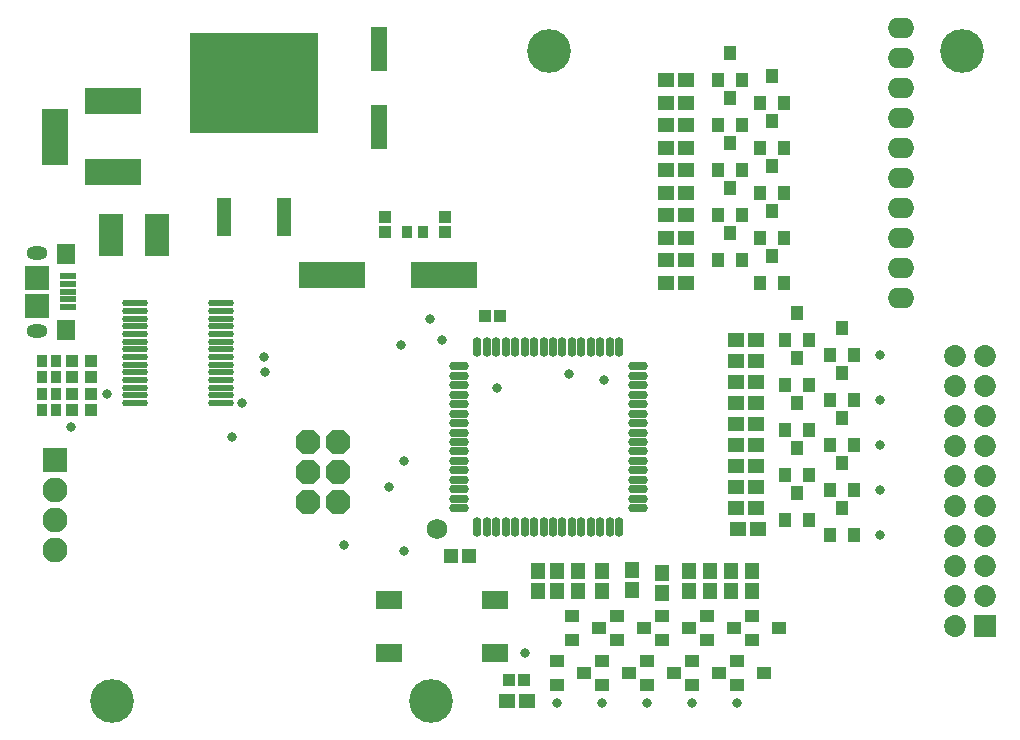
<source format=gts>
G04 Layer_Color=20142*
%FSLAX24Y24*%
%MOIN*%
G70*
G01*
G75*
%ADD59R,0.0830X0.1420*%
%ADD60R,0.0828X0.0828*%
%ADD61R,0.0631X0.0710*%
%ADD62R,0.0571X0.0197*%
%ADD63R,0.0493X0.0474*%
%ADD64R,0.0356X0.0415*%
%ADD65R,0.0520X0.0480*%
%ADD66R,0.0415X0.0434*%
%ADD67R,0.0434X0.0415*%
%ADD68R,0.0395X0.0395*%
%ADD69R,0.0552X0.1458*%
%ADD70R,0.4277X0.3379*%
%ADD71R,0.0480X0.1281*%
%ADD72R,0.0480X0.0520*%
%ADD73R,0.0395X0.0480*%
%ADD74R,0.0480X0.0395*%
%ADD75O,0.0297X0.0651*%
%ADD76O,0.0651X0.0297*%
%ADD77R,0.2245X0.0867*%
%ADD78R,0.0867X0.0631*%
%ADD79O,0.0867X0.0218*%
%ADD80C,0.0680*%
%ADD81C,0.1458*%
%ADD82O,0.0710X0.0434*%
%ADD83R,0.1852X0.0867*%
%ADD84R,0.0867X0.1852*%
%ADD85O,0.0880X0.0680*%
%ADD86R,0.0730X0.0730*%
%ADD87C,0.0730*%
%ADD88P,0.0888X8X112.5*%
%ADD89C,0.0830*%
%ADD90R,0.0830X0.0830*%
%ADD91C,0.0320*%
D59*
X13132Y41600D02*
D03*
X14670D02*
D03*
D60*
X10648Y39228D02*
D03*
Y40172D02*
D03*
D61*
X11613Y38440D02*
D03*
Y40960D02*
D03*
D62*
X11702Y40212D02*
D03*
Y39188D02*
D03*
Y39444D02*
D03*
Y39956D02*
D03*
Y39700D02*
D03*
D63*
X25045Y30900D02*
D03*
X24455D02*
D03*
D64*
X11276Y36850D02*
D03*
X10824D02*
D03*
X22974Y41700D02*
D03*
X23526D02*
D03*
X10824Y35750D02*
D03*
X11276D02*
D03*
X10824Y36300D02*
D03*
X11276D02*
D03*
Y37400D02*
D03*
X10824D02*
D03*
D65*
X26987Y26050D02*
D03*
X26313D02*
D03*
X34010Y31800D02*
D03*
X34685D02*
D03*
X33960Y32500D02*
D03*
X34635D02*
D03*
X33960Y33200D02*
D03*
X34635D02*
D03*
X33960Y33900D02*
D03*
X34635D02*
D03*
X33960Y34600D02*
D03*
X34635D02*
D03*
X33960Y35300D02*
D03*
X34635D02*
D03*
X33960Y36000D02*
D03*
X34635D02*
D03*
X33960Y36700D02*
D03*
X34635D02*
D03*
X33960Y37400D02*
D03*
X34635D02*
D03*
X33960Y38100D02*
D03*
X34635D02*
D03*
X31610Y40000D02*
D03*
X32285D02*
D03*
X31610Y40750D02*
D03*
X32285D02*
D03*
X31610Y41500D02*
D03*
X32285D02*
D03*
X31610Y42250D02*
D03*
X32285D02*
D03*
X31610Y43000D02*
D03*
X32285D02*
D03*
X31610Y43750D02*
D03*
X32285D02*
D03*
X31610Y44500D02*
D03*
X32285D02*
D03*
X31610Y45250D02*
D03*
X32285D02*
D03*
X31610Y46750D02*
D03*
X32285D02*
D03*
X31610Y46000D02*
D03*
X32285D02*
D03*
D66*
X26394Y26750D02*
D03*
X26906D02*
D03*
X26106Y38900D02*
D03*
X25594D02*
D03*
D67*
X24250Y41694D02*
D03*
Y42206D02*
D03*
X22250Y41694D02*
D03*
Y42206D02*
D03*
D68*
X12465Y37400D02*
D03*
X11835D02*
D03*
X12465Y36850D02*
D03*
X11835D02*
D03*
X11835Y35750D02*
D03*
X12465D02*
D03*
X11835Y36300D02*
D03*
X12465D02*
D03*
D69*
X22050Y47799D02*
D03*
Y45201D02*
D03*
D70*
X17900Y46651D02*
D03*
D71*
X18900Y42200D02*
D03*
X16900D02*
D03*
D72*
X31500Y30340D02*
D03*
Y29665D02*
D03*
X27350Y30390D02*
D03*
Y29715D02*
D03*
X32400Y30390D02*
D03*
Y29715D02*
D03*
X28000Y30390D02*
D03*
Y29715D02*
D03*
X33100Y30390D02*
D03*
Y29715D02*
D03*
X28700Y30390D02*
D03*
Y29715D02*
D03*
X33800Y30390D02*
D03*
Y29715D02*
D03*
X29500Y30390D02*
D03*
Y29715D02*
D03*
X34500Y30390D02*
D03*
Y29715D02*
D03*
X30500Y30440D02*
D03*
Y29765D02*
D03*
D73*
X33750Y44650D02*
D03*
X34150Y43750D02*
D03*
X33350D02*
D03*
X35150Y40900D02*
D03*
X35550Y40000D02*
D03*
X34750D02*
D03*
X36000Y36000D02*
D03*
X36400Y35100D02*
D03*
X35600D02*
D03*
X37500Y32500D02*
D03*
X37900Y31600D02*
D03*
X37100D02*
D03*
X35150Y45400D02*
D03*
X35550Y44500D02*
D03*
X34750D02*
D03*
X33750Y41650D02*
D03*
X34150Y40750D02*
D03*
X33350D02*
D03*
X37500Y37000D02*
D03*
X37900Y36100D02*
D03*
X37100D02*
D03*
X36000Y33000D02*
D03*
X36400Y32100D02*
D03*
X35600D02*
D03*
X33750Y46150D02*
D03*
X34150Y45250D02*
D03*
X33350D02*
D03*
X35150Y42400D02*
D03*
X35550Y41500D02*
D03*
X34750D02*
D03*
X36000Y37500D02*
D03*
X36400Y36600D02*
D03*
X35600D02*
D03*
X37500Y34000D02*
D03*
X37900Y33100D02*
D03*
X37100D02*
D03*
X35150Y46900D02*
D03*
X35550Y46000D02*
D03*
X34750D02*
D03*
X33750Y43150D02*
D03*
X34150Y42250D02*
D03*
X33350D02*
D03*
X37500Y38500D02*
D03*
X37900Y37600D02*
D03*
X37100D02*
D03*
X36000Y34500D02*
D03*
X36400Y33600D02*
D03*
X35600D02*
D03*
X33750Y47650D02*
D03*
X34150Y46750D02*
D03*
X33350D02*
D03*
X35150Y43900D02*
D03*
X35550Y43000D02*
D03*
X34750D02*
D03*
X36000Y39000D02*
D03*
X36400Y38100D02*
D03*
X35600D02*
D03*
X37500Y35500D02*
D03*
X37900Y34600D02*
D03*
X37100D02*
D03*
D74*
X32400Y28500D02*
D03*
X31500Y28100D02*
D03*
Y28900D02*
D03*
X28900Y27000D02*
D03*
X28000Y26600D02*
D03*
Y27400D02*
D03*
X33400Y27000D02*
D03*
X32500Y26600D02*
D03*
Y27400D02*
D03*
X29400Y28500D02*
D03*
X28500Y28100D02*
D03*
Y28900D02*
D03*
X33900Y28500D02*
D03*
X33000Y28100D02*
D03*
Y28900D02*
D03*
X30400Y27000D02*
D03*
X29500Y26600D02*
D03*
Y27400D02*
D03*
X34900Y27000D02*
D03*
X34000Y26600D02*
D03*
Y27400D02*
D03*
X30900Y28500D02*
D03*
X30000Y28100D02*
D03*
Y28900D02*
D03*
X35400Y28500D02*
D03*
X34500Y28100D02*
D03*
Y28900D02*
D03*
X31900Y27000D02*
D03*
X31000Y26600D02*
D03*
Y27400D02*
D03*
D75*
X25338Y37842D02*
D03*
X25653D02*
D03*
X25968D02*
D03*
X26283D02*
D03*
X26598D02*
D03*
X26913D02*
D03*
X27228D02*
D03*
X27543D02*
D03*
X27857D02*
D03*
X28172D02*
D03*
X28487D02*
D03*
X28802D02*
D03*
X29117D02*
D03*
X29432D02*
D03*
X29747D02*
D03*
X30062D02*
D03*
Y31858D02*
D03*
X29747D02*
D03*
X29432D02*
D03*
X29117D02*
D03*
X28802D02*
D03*
X28487D02*
D03*
X28172D02*
D03*
X27857D02*
D03*
X27543D02*
D03*
X27228D02*
D03*
X26913D02*
D03*
X26598D02*
D03*
X26283D02*
D03*
X25968D02*
D03*
X25653D02*
D03*
X25338D02*
D03*
D76*
X30692Y37212D02*
D03*
Y36897D02*
D03*
Y36582D02*
D03*
Y36267D02*
D03*
Y35952D02*
D03*
Y35637D02*
D03*
Y35322D02*
D03*
Y35007D02*
D03*
Y34693D02*
D03*
Y34378D02*
D03*
Y34063D02*
D03*
Y33748D02*
D03*
Y33433D02*
D03*
Y33118D02*
D03*
Y32803D02*
D03*
Y32488D02*
D03*
X24708D02*
D03*
Y32803D02*
D03*
Y33118D02*
D03*
Y33433D02*
D03*
Y33748D02*
D03*
Y34063D02*
D03*
Y34378D02*
D03*
Y34693D02*
D03*
Y35007D02*
D03*
Y35322D02*
D03*
Y35637D02*
D03*
Y35952D02*
D03*
Y36267D02*
D03*
Y36582D02*
D03*
Y36897D02*
D03*
Y37212D02*
D03*
D77*
X20480Y40250D02*
D03*
X24220D02*
D03*
D78*
X22378Y29436D02*
D03*
X25922D02*
D03*
X22378Y27664D02*
D03*
X25922D02*
D03*
D79*
X16787Y35987D02*
D03*
Y36243D02*
D03*
Y36498D02*
D03*
Y36754D02*
D03*
Y37010D02*
D03*
Y37266D02*
D03*
Y37522D02*
D03*
Y37778D02*
D03*
Y38034D02*
D03*
Y38290D02*
D03*
Y38546D02*
D03*
Y38802D02*
D03*
Y39057D02*
D03*
Y39313D02*
D03*
X13913D02*
D03*
Y39057D02*
D03*
Y38802D02*
D03*
Y38546D02*
D03*
Y38290D02*
D03*
Y38034D02*
D03*
Y37778D02*
D03*
Y37522D02*
D03*
Y37266D02*
D03*
Y37010D02*
D03*
Y36754D02*
D03*
Y36498D02*
D03*
Y36243D02*
D03*
Y35987D02*
D03*
D80*
X13800Y43700D02*
D03*
X13700D02*
D03*
X13600D02*
D03*
X13500D02*
D03*
X13400D02*
D03*
X13300D02*
D03*
X13200Y43706D02*
D03*
X13100Y43700D02*
D03*
X13000D02*
D03*
X12900D02*
D03*
X12800D02*
D03*
X12700D02*
D03*
X11300Y44300D02*
D03*
Y44400D02*
D03*
Y44500D02*
D03*
Y44600D02*
D03*
Y44700D02*
D03*
Y44800D02*
D03*
Y44950D02*
D03*
Y45050D02*
D03*
Y45150D02*
D03*
Y45250D02*
D03*
Y45350D02*
D03*
X13750Y46100D02*
D03*
X13650D02*
D03*
X13550D02*
D03*
X13450D02*
D03*
X13350D02*
D03*
X13250D02*
D03*
X13100D02*
D03*
X13000D02*
D03*
X12900D02*
D03*
X12800D02*
D03*
X12700D02*
D03*
X24000Y31800D02*
D03*
D81*
X41496Y47728D02*
D03*
X27717D02*
D03*
X23780Y26075D02*
D03*
X13150D02*
D03*
D82*
X10648Y38401D02*
D03*
Y40999D02*
D03*
D83*
X13200Y46069D02*
D03*
Y43706D02*
D03*
D84*
X11271Y44868D02*
D03*
D85*
X39470Y48500D02*
D03*
Y47500D02*
D03*
Y46500D02*
D03*
Y44500D02*
D03*
Y45500D02*
D03*
Y43500D02*
D03*
Y42500D02*
D03*
Y41500D02*
D03*
Y39500D02*
D03*
Y40500D02*
D03*
D86*
X42270Y28550D02*
D03*
D87*
Y29550D02*
D03*
Y30550D02*
D03*
Y31550D02*
D03*
Y32550D02*
D03*
Y33550D02*
D03*
X41270Y28550D02*
D03*
Y29550D02*
D03*
Y30550D02*
D03*
Y31550D02*
D03*
Y32550D02*
D03*
Y33550D02*
D03*
X42270Y34550D02*
D03*
X41270D02*
D03*
Y35550D02*
D03*
X42270D02*
D03*
Y37550D02*
D03*
X41270D02*
D03*
Y36550D02*
D03*
X42270D02*
D03*
D88*
X20700Y32700D02*
D03*
X19700D02*
D03*
X20700Y33700D02*
D03*
X19700D02*
D03*
X20700Y34700D02*
D03*
X19700D02*
D03*
D89*
X11250Y33100D02*
D03*
Y32100D02*
D03*
Y31100D02*
D03*
D90*
Y34100D02*
D03*
D91*
X29550Y36750D02*
D03*
X13000Y36300D02*
D03*
X17150Y34850D02*
D03*
X17500Y36000D02*
D03*
X11800Y35200D02*
D03*
X18228Y37522D02*
D03*
X28400Y36950D02*
D03*
X24150Y38100D02*
D03*
X23750Y38800D02*
D03*
X18250Y37010D02*
D03*
X22900Y34050D02*
D03*
X20900Y31250D02*
D03*
X22900Y31050D02*
D03*
X22400Y33200D02*
D03*
X22800Y37930D02*
D03*
X26913Y27663D02*
D03*
X26000Y36500D02*
D03*
X31000Y26000D02*
D03*
X29500D02*
D03*
X28000D02*
D03*
X32500D02*
D03*
X34000D02*
D03*
X28900Y27000D02*
D03*
X29400Y28500D02*
D03*
X30400Y27000D02*
D03*
X30900Y28500D02*
D03*
X31900Y27000D02*
D03*
X32400Y28500D02*
D03*
X33400Y27000D02*
D03*
X34900D02*
D03*
X35400Y28500D02*
D03*
X33900D02*
D03*
X38750Y37600D02*
D03*
Y36100D02*
D03*
Y34600D02*
D03*
Y33100D02*
D03*
Y31600D02*
D03*
X37500Y32500D02*
D03*
Y34000D02*
D03*
X36000Y33000D02*
D03*
Y34500D02*
D03*
X37500Y35500D02*
D03*
X36000Y36000D02*
D03*
X37500Y37000D02*
D03*
X36000Y37500D02*
D03*
X37500Y38500D02*
D03*
X36000Y39000D02*
D03*
X35550Y40000D02*
D03*
X34150Y46750D02*
D03*
X35550Y46000D02*
D03*
X34150Y45250D02*
D03*
Y43750D02*
D03*
X35550Y44500D02*
D03*
Y43000D02*
D03*
X34150Y42250D02*
D03*
X35550Y41500D02*
D03*
X34150Y40750D02*
D03*
M02*

</source>
